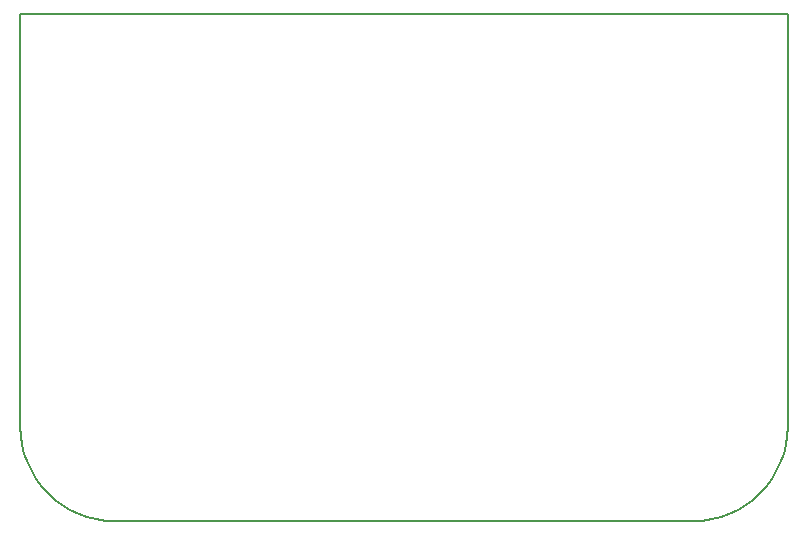
<source format=gbr>
%TF.GenerationSoftware,KiCad,Pcbnew,(6.0.4-0)*%
%TF.CreationDate,2022-07-04T10:05:17-07:00*%
%TF.ProjectId,Joy,4a6f792e-6b69-4636-9164-5f7063625858,rev?*%
%TF.SameCoordinates,Original*%
%TF.FileFunction,Profile,NP*%
%FSLAX46Y46*%
G04 Gerber Fmt 4.6, Leading zero omitted, Abs format (unit mm)*
G04 Created by KiCad (PCBNEW (6.0.4-0)) date 2022-07-04 10:05:17*
%MOMM*%
%LPD*%
G01*
G04 APERTURE LIST*
%TA.AperFunction,Profile*%
%ADD10C,0.200000*%
%TD*%
G04 APERTURE END LIST*
D10*
X110869600Y-80053000D02*
X61912000Y-80053000D01*
X56831200Y-78232000D02*
X57466480Y-78698000D01*
X53911150Y-72052000D02*
X53911150Y-37084000D01*
X55731560Y-77131000D02*
X56260730Y-77703000D01*
X112436600Y-79904000D02*
X113198600Y-79714000D01*
X117517300Y-76496000D02*
X117918400Y-75820000D01*
X118723100Y-73617000D02*
X118829300Y-72835000D01*
X111653800Y-80010000D02*
X112436600Y-79904000D01*
X60345200Y-79904000D02*
X61129300Y-80010000D01*
X118533000Y-74380000D02*
X118723100Y-73617000D01*
X54250140Y-74380000D02*
X54524390Y-75121000D01*
X55265750Y-76496000D02*
X55731560Y-77131000D01*
X53911150Y-37084000D02*
X118872000Y-37084000D01*
X59583150Y-79714000D02*
X60345200Y-79904000D01*
X113939800Y-79438000D02*
X114638600Y-79099000D01*
X54524390Y-75121000D02*
X54863370Y-75820000D01*
X54058620Y-73617000D02*
X54250140Y-74380000D01*
X116522500Y-77703000D02*
X117051600Y-77131000D01*
X115315300Y-78698000D02*
X115950300Y-78232000D01*
X53952500Y-72835000D02*
X54058620Y-73617000D01*
X115950300Y-78232000D02*
X116522500Y-77703000D01*
X117051600Y-77131000D02*
X117517300Y-76496000D01*
X61129300Y-80010000D02*
X61912000Y-80053000D01*
X56260730Y-77703000D02*
X56831200Y-78232000D01*
X117918400Y-75820000D02*
X118257400Y-75121000D01*
X58144490Y-79099000D02*
X58843160Y-79438000D01*
X58843160Y-79438000D02*
X59583150Y-79714000D01*
X118257400Y-75121000D02*
X118533000Y-74380000D01*
X118872000Y-37084000D02*
X118872000Y-72052000D01*
X114638600Y-79099000D02*
X115315300Y-78698000D01*
X57466480Y-78698000D02*
X58144490Y-79099000D01*
X54863370Y-75820000D02*
X55265750Y-76496000D01*
X110869600Y-80053000D02*
X111653800Y-80010000D01*
X118829300Y-72835000D02*
X118872000Y-72052000D01*
X53911150Y-72052000D02*
X53952500Y-72835000D01*
X113198600Y-79714000D02*
X113939800Y-79438000D01*
M02*

</source>
